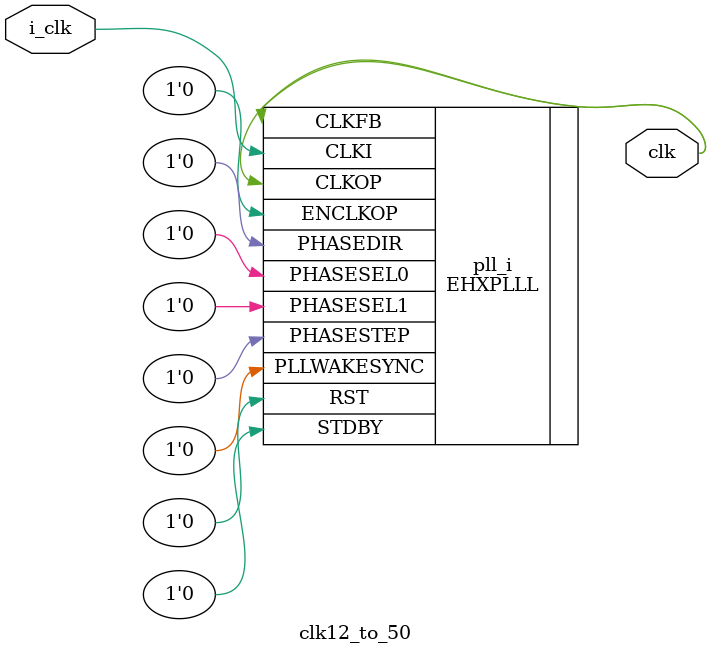
<source format=v>
module clk12_to_50 (input i_clk, output clk);
  //(* ICP_CURRENT="12" *) (* LPF_RESISTOR="8" *) (* MFG_ENABLE_FILTEROPAMP="1" *) (* MFG_GMCREF_SEL="2" *)
  EHXPLLL #(
      .PLLRST_ENA("DISABLED"),
      .INTFB_WAKE("DISABLED"),
      .STDBY_ENABLE("DISABLED"),
      .DPHASE_SOURCE("DISABLED"),
      .CLKOP_FPHASE(0),
      .CLKOP_CPHASE(11),
      .OUTDIVIDER_MUXA("DIVA"),
      .CLKOP_ENABLE("ENABLED"),
      .CLKOP_DIV(12),
      .CLKFB_DIV(25),
      .CLKI_DIV(6),
      .FEEDBK_PATH("CLKOP")
  ) pll_i (
      .CLKI(i_clk),
      .CLKFB(clk),
      .CLKOP(clk),
      .RST(1'b0),
      .STDBY(1'b0),
      .PHASESEL0(1'b0),
      .PHASESEL1(1'b0),
      .PHASEDIR(1'b0),
      .PHASESTEP(1'b0),
      .PLLWAKESYNC(1'b0),
      .ENCLKOP(1'b0),
  );
endmodule

</source>
